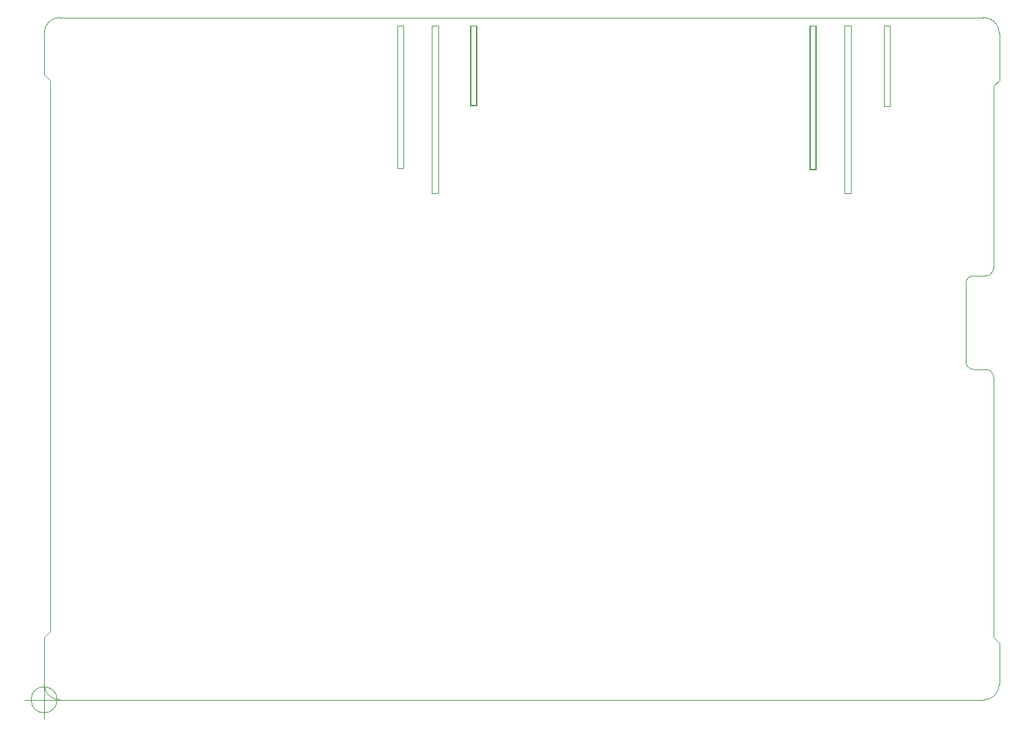
<source format=gbr>
G04 #@! TF.GenerationSoftware,KiCad,Pcbnew,(5.1.5)-3*
G04 #@! TF.CreationDate,2021-04-08T15:47:21+01:00*
G04 #@! TF.ProjectId,ControllerCircuit,436f6e74-726f-46c6-9c65-724369726375,1.2*
G04 #@! TF.SameCoordinates,Original*
G04 #@! TF.FileFunction,Profile,NP*
%FSLAX46Y46*%
G04 Gerber Fmt 4.6, Leading zero omitted, Abs format (unit mm)*
G04 Created by KiCad (PCBNEW (5.1.5)-3) date 2021-04-08 15:47:21*
%MOMM*%
%LPD*%
G04 APERTURE LIST*
G04 #@! TA.AperFunction,Profile*
%ADD10C,0.100000*%
G04 #@! TD*
G04 #@! TA.AperFunction,Profile*
%ADD11C,0.050000*%
G04 #@! TD*
G04 #@! TA.AperFunction,Profile*
%ADD12C,0.150000*%
G04 #@! TD*
G04 APERTURE END LIST*
D10*
X138450000Y-73010000D02*
X138450000Y-51520000D01*
X139350000Y-51520000D02*
X139350000Y-73010000D01*
X139350000Y-73010000D02*
X138450000Y-73010000D01*
D11*
X209500000Y-95600000D02*
X207950000Y-95600000D01*
X207950000Y-83600000D02*
X209500000Y-83600000D01*
X207950000Y-95600000D02*
G75*
G02X206950000Y-94600000I0J1000000D01*
G01*
X206950000Y-84600000D02*
G75*
G02X207950000Y-83600000I1000000J0D01*
G01*
X210500000Y-82600000D02*
G75*
G02X209500000Y-83600000I-1000000J0D01*
G01*
X209500000Y-95600000D02*
G75*
G02X210500000Y-96600000I0J-1000000D01*
G01*
X210500000Y-96600000D02*
X210500000Y-130000000D01*
X210500000Y-82600000D02*
X210500000Y-59250000D01*
X206950000Y-94600000D02*
X206950000Y-84600000D01*
X209500000Y-95600000D02*
X209500000Y-95600000D01*
D10*
X196450000Y-51500000D02*
X197250000Y-51500000D01*
X197250000Y-51500000D02*
X197250000Y-61800000D01*
X196450000Y-61800000D02*
X196450000Y-51500000D01*
X197250000Y-61800000D02*
X196450000Y-61800000D01*
X143450000Y-51500000D02*
X144250000Y-51500000D01*
D12*
X144250000Y-51500000D02*
X144240000Y-61790000D01*
X143440000Y-61790000D02*
X143450000Y-51500000D01*
X144240000Y-61790000D02*
X143440000Y-61790000D01*
D10*
X134050000Y-69790000D02*
X134050000Y-51500000D01*
X134850000Y-51500000D02*
X134850000Y-69790000D01*
X134850000Y-69790000D02*
X134050000Y-69790000D01*
X134050000Y-51500000D02*
X134850000Y-51500000D01*
X138450000Y-51520000D02*
X139350000Y-51520000D01*
D12*
X186950000Y-69990000D02*
X186950000Y-51500000D01*
D10*
X186950000Y-51500000D02*
X187750000Y-51500000D01*
D12*
X187750000Y-51500000D02*
X187750000Y-69990000D01*
X187750000Y-69990000D02*
X186950000Y-69990000D01*
D10*
X192250000Y-51500000D02*
X192250000Y-72990000D01*
X191350000Y-51500000D02*
X192250000Y-51500000D01*
X191350000Y-72990000D02*
X191350000Y-51500000D01*
X192250000Y-72990000D02*
X191350000Y-72990000D01*
D11*
X211250000Y-52450000D02*
X211250000Y-58500000D01*
X211250000Y-58500000D02*
X210500000Y-59250000D01*
X211250000Y-130750000D02*
X210500000Y-130000000D01*
X211250000Y-136000000D02*
X211250000Y-130750000D01*
X88750000Y-136000000D02*
X88750000Y-130000000D01*
X88750000Y-57750000D02*
X89500000Y-58500000D01*
X88750000Y-52450000D02*
X88750000Y-57750000D01*
X88750000Y-130000000D02*
X89500000Y-129250000D01*
X89500000Y-58500000D02*
X89500000Y-129250000D01*
X90416666Y-138000000D02*
G75*
G03X90416666Y-138000000I-1666666J0D01*
G01*
X86250000Y-138000000D02*
X91250000Y-138000000D01*
X88750000Y-135500000D02*
X88750000Y-140500000D01*
X90750000Y-138000000D02*
G75*
G02X88750000Y-136000000I0J2000000D01*
G01*
X209250000Y-138000000D02*
X90750000Y-138000000D01*
X211250000Y-136000000D02*
G75*
G02X209250000Y-138000000I-2000000J0D01*
G01*
X88750000Y-52450000D02*
G75*
G02X90750000Y-50450000I2000000J0D01*
G01*
X209250000Y-50450000D02*
G75*
G02X211250000Y-52450000I0J-2000000D01*
G01*
X209250000Y-50450000D02*
X90750000Y-50450000D01*
M02*

</source>
